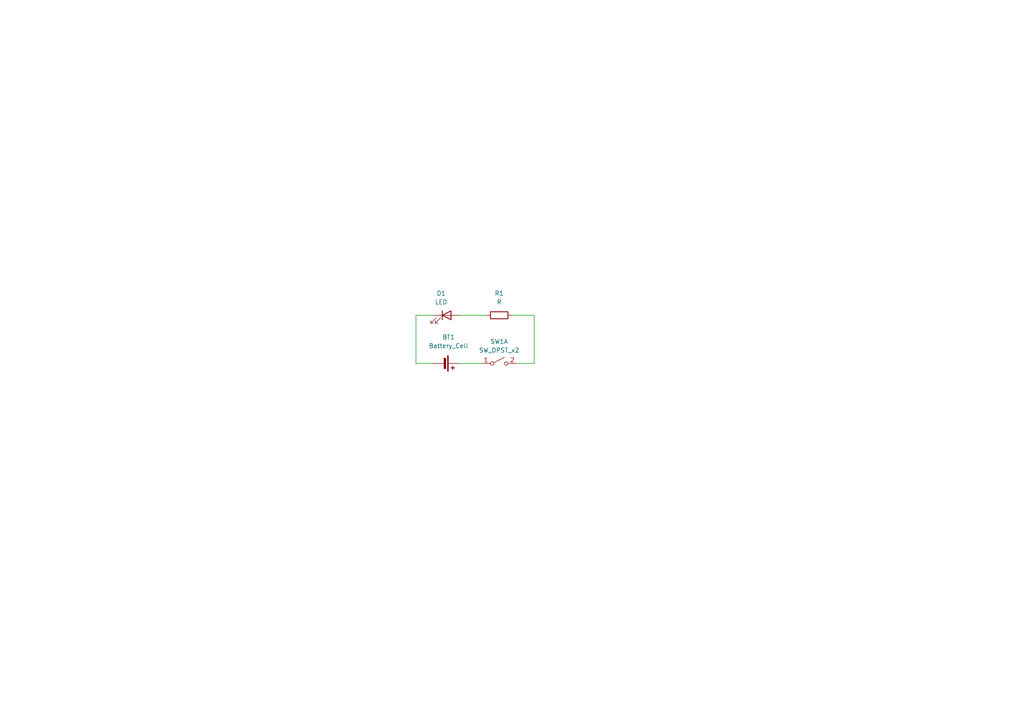
<source format=kicad_sch>
(kicad_sch (version 20230121) (generator eeschema)
  (paper "A4")
  (lib_symbols
    (symbol "Device:Battery_Cell" (pin_numbers hide) (pin_names (offset 0) hide)
      (property "Reference" "BT" (at 2.54 2.54 0))
      (property "Value" "Battery_Cell" (at 2.54 0 0))
      (symbol "Battery_Cell_0_1"
        (rectangle (start -2.286 1.778) (end 2.286 1.524) (fill (type outline)))
        (rectangle (start -1.524 1.016) (end 1.524 0.508) (fill (type outline)))
        (polyline (pts (xy 0 0.762) (xy 0 0)))
        (polyline (pts (xy 0 1.778) (xy 0 2.54)))
        (polyline (pts (xy 0.762 3.048) (xy 1.778 3.048)) (stroke (width 0.254)))
        (polyline (pts (xy 1.27 3.556) (xy 1.27 2.54)) (stroke (width 0.254)))
      )
      (symbol "Battery_Cell_1_1"
        (pin passive line (at 0 5.08 270) (length 2.54) (name "+") (number "1"))
        (pin passive line (at 0 -2.54 90) (length 2.54) (name "-") (number "2"))
      )
    )
    (symbol "Device:LED" (pin_numbers hide) (pin_names (offset 1.016) hide)
      (property "Reference" "D" (at 0 2.54 0))
      (property "Value" "LED" (at 0 -2.54 0))
      (symbol "LED_0_1"
        (polyline (pts (xy -1.27 -1.27) (xy -1.27 1.27)) (stroke (width 0.254)))
        (polyline (pts (xy -1.27 0) (xy 1.27 0)))
        (polyline (pts (xy 1.27 -1.27) (xy 1.27 1.27) (xy -1.27 0) (xy 1.27 -1.27)) (stroke (width 0.254)))
        (polyline (pts (xy -3.048 -0.762) (xy -4.572 -2.286) (xy -3.81 -2.286) (xy -4.572 -2.286) (xy -4.572 -1.524)))
        (polyline (pts (xy -1.778 -0.762) (xy -3.302 -2.286) (xy -2.54 -2.286) (xy -3.302 -2.286) (xy -3.302 -1.524)))
      )
      (symbol "LED_1_1"
        (pin passive line (at -3.81 0 0) (length 2.54) (name "K") (number "1"))
        (pin passive line (at 3.81 0 180) (length 2.54) (name "A") (number "2"))
      )
    )
    (symbol "Device:R" (pin_numbers hide) (pin_names (offset 0))
      (property "Reference" "R" (at 2.032 0 90))
      (property "Value" "R" (at 0 0 90))
      (symbol "R_0_1"
        (rectangle (start -1.016 -2.54) (end 1.016 2.54) (stroke (width 0.254)))
      )
      (symbol "R_1_1"
        (pin passive line (at 0 3.81 270) (length 1.27) (name "~") (number "1"))
        (pin passive line (at 0 -3.81 90) (length 1.27) (name "~") (number "2"))
      )
    )
    (symbol "Switch:SW_DPST_x2" (pin_names (offset 0) hide)
      (property "Reference" "SW" (at 0 3.175 0))
      (property "Value" "SW_DPST_x2" (at 0 -2.54 0))
      (symbol "SW_DPST_x2_0_0"
        (circle (center -2.032 0) (radius 0.508))
        (polyline (pts (xy -1.524 0.254) (xy 1.524 1.778)))
        (circle (center 2.032 0) (radius 0.508))
      )
      (symbol "SW_DPST_x2_1_1"
        (pin passive line (at -5.08 0 0) (length 2.54) (name "A") (number "1"))
        (pin passive line (at 5.08 0 180) (length 2.54) (name "B") (number "2"))
      )
      (symbol "SW_DPST_x2_2_1"
        (pin passive line (at -5.08 0 0) (length 2.54) (name "A") (number "3"))
        (pin passive line (at 5.08 0 180) (length 2.54) (name "B") (number "4"))
      )
    )
  )
  (wire (pts (xy 148.59 91.44) (xy 154.94 91.44)))
  (wire (pts (xy 120.65 91.44) (xy 120.65 105.41)))
  (wire (pts (xy 133.35 105.41) (xy 139.7 105.41)))
  (wire (pts (xy 154.94 105.41) (xy 149.86 105.41)))
  (wire (pts (xy 125.73 91.44) (xy 120.65 91.44)))
  (wire (pts (xy 154.94 91.44) (xy 154.94 105.41)))
  (wire (pts (xy 133.35 91.44) (xy 140.97 91.44)))
  (wire (pts (xy 120.65 105.41) (xy 125.73 105.41)))
  (symbol (lib_id "Switch:SW_DPST_x2") (at 144.78 105.41 0) (unit 1)
    (property "Reference" "SW1" (at 144.78 99.06 0))
    (property "Value" "SW_DPST_x2" (at 144.78 101.6 0))
    (property "Footprint" "Button_Switch_THT:SW_Tactile_Straight_KSA0Axx1LFTR" (effects hide))
  )
  (symbol (lib_id "Device:R") (at 144.78 91.44 90) (unit 1)
    (property "Reference" "R1" (at 144.78 85.09 90))
    (property "Value" "R" (at 144.78 87.63 90))
    (property "Footprint" "Resistor_THT:R_Axial_DIN0207_L6.3mm_D2.5mm_P10.16mm_Horizontal" (effects hide))
  )
  (symbol (lib_id "Device:LED") (at 129.54 91.44 0) (unit 1)
    (property "Reference" "D1" (at 127.9525 85.09 0))
    (property "Value" "LED" (at 127.9525 87.63 0))
    (property "Footprint" "LED_THT:LED_D5.0mm_Clear" (effects hide))
  )
  (symbol (lib_id "Device:Battery_Cell") (at 128.27 105.41 270) (unit 1)
    (property "Reference" "BT1" (at 130.1115 97.79 90))
    (property "Value" "Battery_Cell" (at 130.1115 100.33 90))
    (property "Footprint" "Battery:BatteryHolder_Keystone_3002_1x2032" (effects hide))
  )
)
</source>
